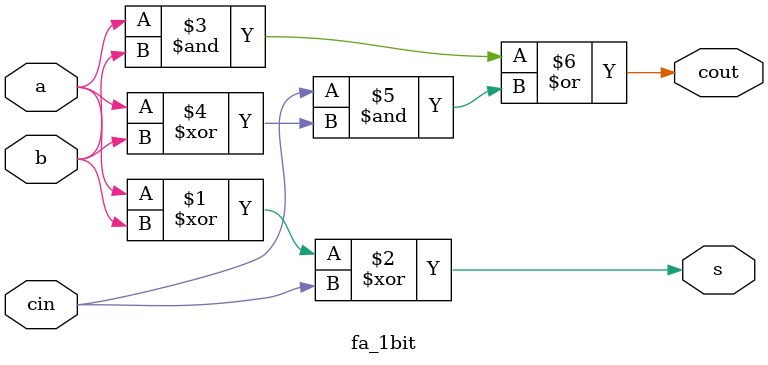
<source format=v>
`timescale 1ns / 1ps
module fa_1bit(a,b,cin,s,cout);
input a,b,cin;
output s,cout;
assign s = a^b^cin;
assign cout = (a&b)|(cin&(a^b));
endmodule

</source>
